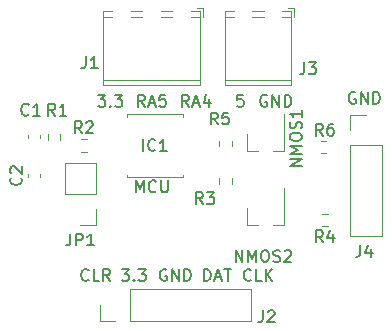
<source format=gbr>
%TF.GenerationSoftware,KiCad,Pcbnew,(6.0.8)*%
%TF.CreationDate,2023-04-06T01:35:20-05:00*%
%TF.ProjectId,Sensor_fixed_mosfet_pins,53656e73-6f72-45f6-9669-7865645f6d6f,rev?*%
%TF.SameCoordinates,Original*%
%TF.FileFunction,Legend,Top*%
%TF.FilePolarity,Positive*%
%FSLAX46Y46*%
G04 Gerber Fmt 4.6, Leading zero omitted, Abs format (unit mm)*
G04 Created by KiCad (PCBNEW (6.0.8)) date 2023-04-06 01:35:20*
%MOMM*%
%LPD*%
G01*
G04 APERTURE LIST*
%ADD10C,0.150000*%
%ADD11C,0.120000*%
G04 APERTURE END LIST*
D10*
X-4511904Y92500000D02*
X-4607142Y92547619D01*
X-4750000Y92547619D01*
X-4892857Y92500000D01*
X-4988095Y92404761D01*
X-5035714Y92309523D01*
X-5083333Y92119047D01*
X-5083333Y91976190D01*
X-5035714Y91785714D01*
X-4988095Y91690476D01*
X-4892857Y91595238D01*
X-4750000Y91547619D01*
X-4654761Y91547619D01*
X-4511904Y91595238D01*
X-4464285Y91642857D01*
X-4464285Y91976190D01*
X-4654761Y91976190D01*
X-4035714Y91547619D02*
X-4035714Y92547619D01*
X-3464285Y91547619D01*
X-3464285Y92547619D01*
X-2988095Y91547619D02*
X-2988095Y92547619D01*
X-2750000Y92547619D01*
X-2607142Y92500000D01*
X-2511904Y92404761D01*
X-2464285Y92309523D01*
X-2416666Y92119047D01*
X-2416666Y91976190D01*
X-2464285Y91785714D01*
X-2511904Y91690476D01*
X-2607142Y91595238D01*
X-2750000Y91547619D01*
X-2988095Y91547619D01*
X-18595238Y91297619D02*
X-18928571Y91773809D01*
X-19166666Y91297619D02*
X-19166666Y92297619D01*
X-18785714Y92297619D01*
X-18690476Y92250000D01*
X-18642857Y92202380D01*
X-18595238Y92107142D01*
X-18595238Y91964285D01*
X-18642857Y91869047D01*
X-18690476Y91821428D01*
X-18785714Y91773809D01*
X-19166666Y91773809D01*
X-18214285Y91583333D02*
X-17738095Y91583333D01*
X-18309523Y91297619D02*
X-17976190Y92297619D01*
X-17642857Y91297619D01*
X-16880952Y91964285D02*
X-16880952Y91297619D01*
X-17119047Y92345238D02*
X-17357142Y91630952D01*
X-16738095Y91630952D01*
X-13345238Y76642857D02*
X-13392857Y76595238D01*
X-13535714Y76547619D01*
X-13630952Y76547619D01*
X-13773809Y76595238D01*
X-13869047Y76690476D01*
X-13916666Y76785714D01*
X-13964285Y76976190D01*
X-13964285Y77119047D01*
X-13916666Y77309523D01*
X-13869047Y77404761D01*
X-13773809Y77500000D01*
X-13630952Y77547619D01*
X-13535714Y77547619D01*
X-13392857Y77500000D01*
X-13345238Y77452380D01*
X-12440476Y76547619D02*
X-12916666Y76547619D01*
X-12916666Y77547619D01*
X-12107142Y76547619D02*
X-12107142Y77547619D01*
X-11535714Y76547619D02*
X-11964285Y77119047D01*
X-11535714Y77547619D02*
X-12107142Y76976190D01*
X-12011904Y92250000D02*
X-12107142Y92297619D01*
X-12250000Y92297619D01*
X-12392857Y92250000D01*
X-12488095Y92154761D01*
X-12535714Y92059523D01*
X-12583333Y91869047D01*
X-12583333Y91726190D01*
X-12535714Y91535714D01*
X-12488095Y91440476D01*
X-12392857Y91345238D01*
X-12250000Y91297619D01*
X-12154761Y91297619D01*
X-12011904Y91345238D01*
X-11964285Y91392857D01*
X-11964285Y91726190D01*
X-12154761Y91726190D01*
X-11535714Y91297619D02*
X-11535714Y92297619D01*
X-10964285Y91297619D01*
X-10964285Y92297619D01*
X-10488095Y91297619D02*
X-10488095Y92297619D01*
X-10250000Y92297619D01*
X-10107142Y92250000D01*
X-10011904Y92154761D01*
X-9964285Y92059523D01*
X-9916666Y91869047D01*
X-9916666Y91726190D01*
X-9964285Y91535714D01*
X-10011904Y91440476D01*
X-10107142Y91345238D01*
X-10250000Y91297619D01*
X-10488095Y91297619D01*
X-27095238Y76642857D02*
X-27142857Y76595238D01*
X-27285714Y76547619D01*
X-27380952Y76547619D01*
X-27523809Y76595238D01*
X-27619047Y76690476D01*
X-27666666Y76785714D01*
X-27714285Y76976190D01*
X-27714285Y77119047D01*
X-27666666Y77309523D01*
X-27619047Y77404761D01*
X-27523809Y77500000D01*
X-27380952Y77547619D01*
X-27285714Y77547619D01*
X-27142857Y77500000D01*
X-27095238Y77452380D01*
X-26190476Y76547619D02*
X-26666666Y76547619D01*
X-26666666Y77547619D01*
X-25285714Y76547619D02*
X-25619047Y77023809D01*
X-25857142Y76547619D02*
X-25857142Y77547619D01*
X-25476190Y77547619D01*
X-25380952Y77500000D01*
X-25333333Y77452380D01*
X-25285714Y77357142D01*
X-25285714Y77214285D01*
X-25333333Y77119047D01*
X-25380952Y77071428D01*
X-25476190Y77023809D01*
X-25857142Y77023809D01*
X-17321428Y76547619D02*
X-17321428Y77547619D01*
X-17083333Y77547619D01*
X-16940476Y77500000D01*
X-16845238Y77404761D01*
X-16797619Y77309523D01*
X-16750000Y77119047D01*
X-16750000Y76976190D01*
X-16797619Y76785714D01*
X-16845238Y76690476D01*
X-16940476Y76595238D01*
X-17083333Y76547619D01*
X-17321428Y76547619D01*
X-16369047Y76833333D02*
X-15892857Y76833333D01*
X-16464285Y76547619D02*
X-16130952Y77547619D01*
X-15797619Y76547619D01*
X-15607142Y77547619D02*
X-15035714Y77547619D01*
X-15321428Y76547619D02*
X-15321428Y77547619D01*
X-24297619Y77547619D02*
X-23678571Y77547619D01*
X-24011904Y77166666D01*
X-23869047Y77166666D01*
X-23773809Y77119047D01*
X-23726190Y77071428D01*
X-23678571Y76976190D01*
X-23678571Y76738095D01*
X-23726190Y76642857D01*
X-23773809Y76595238D01*
X-23869047Y76547619D01*
X-24154761Y76547619D01*
X-24250000Y76595238D01*
X-24297619Y76642857D01*
X-23250000Y76642857D02*
X-23202380Y76595238D01*
X-23250000Y76547619D01*
X-23297619Y76595238D01*
X-23250000Y76642857D01*
X-23250000Y76547619D01*
X-22869047Y77547619D02*
X-22250000Y77547619D01*
X-22583333Y77166666D01*
X-22440476Y77166666D01*
X-22345238Y77119047D01*
X-22297619Y77071428D01*
X-22250000Y76976190D01*
X-22250000Y76738095D01*
X-22297619Y76642857D01*
X-22345238Y76595238D01*
X-22440476Y76547619D01*
X-22726190Y76547619D01*
X-22821428Y76595238D01*
X-22869047Y76642857D01*
X-22345238Y91297619D02*
X-22678571Y91773809D01*
X-22916666Y91297619D02*
X-22916666Y92297619D01*
X-22535714Y92297619D01*
X-22440476Y92250000D01*
X-22392857Y92202380D01*
X-22345238Y92107142D01*
X-22345238Y91964285D01*
X-22392857Y91869047D01*
X-22440476Y91821428D01*
X-22535714Y91773809D01*
X-22916666Y91773809D01*
X-21964285Y91583333D02*
X-21488095Y91583333D01*
X-22059523Y91297619D02*
X-21726190Y92297619D01*
X-21392857Y91297619D01*
X-20583333Y92297619D02*
X-21059523Y92297619D01*
X-21107142Y91821428D01*
X-21059523Y91869047D01*
X-20964285Y91916666D01*
X-20726190Y91916666D01*
X-20630952Y91869047D01*
X-20583333Y91821428D01*
X-20535714Y91726190D01*
X-20535714Y91488095D01*
X-20583333Y91392857D01*
X-20630952Y91345238D01*
X-20726190Y91297619D01*
X-20964285Y91297619D01*
X-21059523Y91345238D01*
X-21107142Y91392857D01*
X-14011904Y92297619D02*
X-14488095Y92297619D01*
X-14535714Y91821428D01*
X-14488095Y91869047D01*
X-14392857Y91916666D01*
X-14154761Y91916666D01*
X-14059523Y91869047D01*
X-14011904Y91821428D01*
X-13964285Y91726190D01*
X-13964285Y91488095D01*
X-14011904Y91392857D01*
X-14059523Y91345238D01*
X-14154761Y91297619D01*
X-14392857Y91297619D01*
X-14488095Y91345238D01*
X-14535714Y91392857D01*
X-20511904Y77500000D02*
X-20607142Y77547619D01*
X-20750000Y77547619D01*
X-20892857Y77500000D01*
X-20988095Y77404761D01*
X-21035714Y77309523D01*
X-21083333Y77119047D01*
X-21083333Y76976190D01*
X-21035714Y76785714D01*
X-20988095Y76690476D01*
X-20892857Y76595238D01*
X-20750000Y76547619D01*
X-20654761Y76547619D01*
X-20511904Y76595238D01*
X-20464285Y76642857D01*
X-20464285Y76976190D01*
X-20654761Y76976190D01*
X-20035714Y76547619D02*
X-20035714Y77547619D01*
X-19464285Y76547619D01*
X-19464285Y77547619D01*
X-18988095Y76547619D02*
X-18988095Y77547619D01*
X-18750000Y77547619D01*
X-18607142Y77500000D01*
X-18511904Y77404761D01*
X-18464285Y77309523D01*
X-18416666Y77119047D01*
X-18416666Y76976190D01*
X-18464285Y76785714D01*
X-18511904Y76690476D01*
X-18607142Y76595238D01*
X-18750000Y76547619D01*
X-18988095Y76547619D01*
X-26297619Y92297619D02*
X-25678571Y92297619D01*
X-26011904Y91916666D01*
X-25869047Y91916666D01*
X-25773809Y91869047D01*
X-25726190Y91821428D01*
X-25678571Y91726190D01*
X-25678571Y91488095D01*
X-25726190Y91392857D01*
X-25773809Y91345238D01*
X-25869047Y91297619D01*
X-26154761Y91297619D01*
X-26250000Y91345238D01*
X-26297619Y91392857D01*
X-25250000Y91392857D02*
X-25202380Y91345238D01*
X-25250000Y91297619D01*
X-25297619Y91345238D01*
X-25250000Y91392857D01*
X-25250000Y91297619D01*
X-24869047Y92297619D02*
X-24250000Y92297619D01*
X-24583333Y91916666D01*
X-24440476Y91916666D01*
X-24345238Y91869047D01*
X-24297619Y91821428D01*
X-24250000Y91726190D01*
X-24250000Y91488095D01*
X-24297619Y91392857D01*
X-24345238Y91345238D01*
X-24440476Y91297619D01*
X-24726190Y91297619D01*
X-24821428Y91345238D01*
X-24869047Y91392857D01*
%TO.C,C1*%
X-32166666Y90642857D02*
X-32214285Y90595238D01*
X-32357142Y90547619D01*
X-32452380Y90547619D01*
X-32595238Y90595238D01*
X-32690476Y90690476D01*
X-32738095Y90785714D01*
X-32785714Y90976190D01*
X-32785714Y91119047D01*
X-32738095Y91309523D01*
X-32690476Y91404761D01*
X-32595238Y91500000D01*
X-32452380Y91547619D01*
X-32357142Y91547619D01*
X-32214285Y91500000D01*
X-32166666Y91452380D01*
X-31214285Y90547619D02*
X-31785714Y90547619D01*
X-31500000Y90547619D02*
X-31500000Y91547619D01*
X-31595238Y91404761D01*
X-31690476Y91309523D01*
X-31785714Y91261904D01*
%TO.C,R3*%
X-17416666Y83047619D02*
X-17750000Y83523809D01*
X-17988095Y83047619D02*
X-17988095Y84047619D01*
X-17607142Y84047619D01*
X-17511904Y84000000D01*
X-17464285Y83952380D01*
X-17416666Y83857142D01*
X-17416666Y83714285D01*
X-17464285Y83619047D01*
X-17511904Y83571428D01*
X-17607142Y83523809D01*
X-17988095Y83523809D01*
X-17083333Y84047619D02*
X-16464285Y84047619D01*
X-16797619Y83666666D01*
X-16654761Y83666666D01*
X-16559523Y83619047D01*
X-16511904Y83571428D01*
X-16464285Y83476190D01*
X-16464285Y83238095D01*
X-16511904Y83142857D01*
X-16559523Y83095238D01*
X-16654761Y83047619D01*
X-16940476Y83047619D01*
X-17035714Y83095238D01*
X-17083333Y83142857D01*
%TO.C,R6*%
X-7266666Y88847619D02*
X-7600000Y89323809D01*
X-7838095Y88847619D02*
X-7838095Y89847619D01*
X-7457142Y89847619D01*
X-7361904Y89800000D01*
X-7314285Y89752380D01*
X-7266666Y89657142D01*
X-7266666Y89514285D01*
X-7314285Y89419047D01*
X-7361904Y89371428D01*
X-7457142Y89323809D01*
X-7838095Y89323809D01*
X-6409523Y89847619D02*
X-6600000Y89847619D01*
X-6695238Y89800000D01*
X-6742857Y89752380D01*
X-6838095Y89609523D01*
X-6885714Y89419047D01*
X-6885714Y89038095D01*
X-6838095Y88942857D01*
X-6790476Y88895238D01*
X-6695238Y88847619D01*
X-6504761Y88847619D01*
X-6409523Y88895238D01*
X-6361904Y88942857D01*
X-6314285Y89038095D01*
X-6314285Y89276190D01*
X-6361904Y89371428D01*
X-6409523Y89419047D01*
X-6504761Y89466666D01*
X-6695238Y89466666D01*
X-6790476Y89419047D01*
X-6838095Y89371428D01*
X-6885714Y89276190D01*
%TO.C,J2*%
X-12333333Y74047619D02*
X-12333333Y73333333D01*
X-12380952Y73190476D01*
X-12476190Y73095238D01*
X-12619047Y73047619D01*
X-12714285Y73047619D01*
X-11904761Y73952380D02*
X-11857142Y74000000D01*
X-11761904Y74047619D01*
X-11523809Y74047619D01*
X-11428571Y74000000D01*
X-11380952Y73952380D01*
X-11333333Y73857142D01*
X-11333333Y73761904D01*
X-11380952Y73619047D01*
X-11952380Y73047619D01*
X-11333333Y73047619D01*
%TO.C,R2*%
X-27666666Y89047619D02*
X-28000000Y89523809D01*
X-28238095Y89047619D02*
X-28238095Y90047619D01*
X-27857142Y90047619D01*
X-27761904Y90000000D01*
X-27714285Y89952380D01*
X-27666666Y89857142D01*
X-27666666Y89714285D01*
X-27714285Y89619047D01*
X-27761904Y89571428D01*
X-27857142Y89523809D01*
X-28238095Y89523809D01*
X-27285714Y89952380D02*
X-27238095Y90000000D01*
X-27142857Y90047619D01*
X-26904761Y90047619D01*
X-26809523Y90000000D01*
X-26761904Y89952380D01*
X-26714285Y89857142D01*
X-26714285Y89761904D01*
X-26761904Y89619047D01*
X-27333333Y89047619D01*
X-26714285Y89047619D01*
%TO.C,NMOS2*%
X-14633333Y78147619D02*
X-14633333Y79147619D01*
X-14061904Y78147619D01*
X-14061904Y79147619D01*
X-13585714Y78147619D02*
X-13585714Y79147619D01*
X-13252380Y78433333D01*
X-12919047Y79147619D01*
X-12919047Y78147619D01*
X-12252380Y79147619D02*
X-12061904Y79147619D01*
X-11966666Y79100000D01*
X-11871428Y79004761D01*
X-11823809Y78814285D01*
X-11823809Y78480952D01*
X-11871428Y78290476D01*
X-11966666Y78195238D01*
X-12061904Y78147619D01*
X-12252380Y78147619D01*
X-12347619Y78195238D01*
X-12442857Y78290476D01*
X-12490476Y78480952D01*
X-12490476Y78814285D01*
X-12442857Y79004761D01*
X-12347619Y79100000D01*
X-12252380Y79147619D01*
X-11442857Y78195238D02*
X-11300000Y78147619D01*
X-11061904Y78147619D01*
X-10966666Y78195238D01*
X-10919047Y78242857D01*
X-10871428Y78338095D01*
X-10871428Y78433333D01*
X-10919047Y78528571D01*
X-10966666Y78576190D01*
X-11061904Y78623809D01*
X-11252380Y78671428D01*
X-11347619Y78719047D01*
X-11395238Y78766666D01*
X-11442857Y78861904D01*
X-11442857Y78957142D01*
X-11395238Y79052380D01*
X-11347619Y79100000D01*
X-11252380Y79147619D01*
X-11014285Y79147619D01*
X-10871428Y79100000D01*
X-10490476Y79052380D02*
X-10442857Y79100000D01*
X-10347619Y79147619D01*
X-10109523Y79147619D01*
X-10014285Y79100000D01*
X-9966666Y79052380D01*
X-9919047Y78957142D01*
X-9919047Y78861904D01*
X-9966666Y78719047D01*
X-10538095Y78147619D01*
X-9919047Y78147619D01*
%TO.C,J1*%
X-27333333Y95547619D02*
X-27333333Y94833333D01*
X-27380952Y94690476D01*
X-27476190Y94595238D01*
X-27619047Y94547619D01*
X-27714285Y94547619D01*
X-26333333Y94547619D02*
X-26904761Y94547619D01*
X-26619047Y94547619D02*
X-26619047Y95547619D01*
X-26714285Y95404761D01*
X-26809523Y95309523D01*
X-26904761Y95261904D01*
%TO.C,J4*%
X-4083333Y79577619D02*
X-4083333Y78863333D01*
X-4130952Y78720476D01*
X-4226190Y78625238D01*
X-4369047Y78577619D01*
X-4464285Y78577619D01*
X-3178571Y79244285D02*
X-3178571Y78577619D01*
X-3416666Y79625238D02*
X-3654761Y78910952D01*
X-3035714Y78910952D01*
%TO.C,J3*%
X-8833333Y95047619D02*
X-8833333Y94333333D01*
X-8880952Y94190476D01*
X-8976190Y94095238D01*
X-9119047Y94047619D01*
X-9214285Y94047619D01*
X-8452380Y95047619D02*
X-7833333Y95047619D01*
X-8166666Y94666666D01*
X-8023809Y94666666D01*
X-7928571Y94619047D01*
X-7880952Y94571428D01*
X-7833333Y94476190D01*
X-7833333Y94238095D01*
X-7880952Y94142857D01*
X-7928571Y94095238D01*
X-8023809Y94047619D01*
X-8309523Y94047619D01*
X-8404761Y94095238D01*
X-8452380Y94142857D01*
%TO.C,IC1*%
X-22476190Y87547619D02*
X-22476190Y88547619D01*
X-21428571Y87642857D02*
X-21476190Y87595238D01*
X-21619047Y87547619D01*
X-21714285Y87547619D01*
X-21857142Y87595238D01*
X-21952380Y87690476D01*
X-22000000Y87785714D01*
X-22047619Y87976190D01*
X-22047619Y88119047D01*
X-22000000Y88309523D01*
X-21952380Y88404761D01*
X-21857142Y88500000D01*
X-21714285Y88547619D01*
X-21619047Y88547619D01*
X-21476190Y88500000D01*
X-21428571Y88452380D01*
X-20476190Y87547619D02*
X-21047619Y87547619D01*
X-20761904Y87547619D02*
X-20761904Y88547619D01*
X-20857142Y88404761D01*
X-20952380Y88309523D01*
X-21047619Y88261904D01*
X-23107142Y84047619D02*
X-23107142Y85047619D01*
X-22773809Y84333333D01*
X-22440476Y85047619D01*
X-22440476Y84047619D01*
X-21392857Y84142857D02*
X-21440476Y84095238D01*
X-21583333Y84047619D01*
X-21678571Y84047619D01*
X-21821428Y84095238D01*
X-21916666Y84190476D01*
X-21964285Y84285714D01*
X-22011904Y84476190D01*
X-22011904Y84619047D01*
X-21964285Y84809523D01*
X-21916666Y84904761D01*
X-21821428Y85000000D01*
X-21678571Y85047619D01*
X-21583333Y85047619D01*
X-21440476Y85000000D01*
X-21392857Y84952380D01*
X-20964285Y85047619D02*
X-20964285Y84238095D01*
X-20916666Y84142857D01*
X-20869047Y84095238D01*
X-20773809Y84047619D01*
X-20583333Y84047619D01*
X-20488095Y84095238D01*
X-20440476Y84142857D01*
X-20392857Y84238095D01*
X-20392857Y85047619D01*
%TO.C,JP1*%
X-28633333Y80547619D02*
X-28633333Y79833333D01*
X-28680952Y79690476D01*
X-28776190Y79595238D01*
X-28919047Y79547619D01*
X-29014285Y79547619D01*
X-28157142Y79547619D02*
X-28157142Y80547619D01*
X-27776190Y80547619D01*
X-27680952Y80500000D01*
X-27633333Y80452380D01*
X-27585714Y80357142D01*
X-27585714Y80214285D01*
X-27633333Y80119047D01*
X-27680952Y80071428D01*
X-27776190Y80023809D01*
X-28157142Y80023809D01*
X-26633333Y79547619D02*
X-27204761Y79547619D01*
X-26919047Y79547619D02*
X-26919047Y80547619D01*
X-27014285Y80404761D01*
X-27109523Y80309523D01*
X-27204761Y80261904D01*
%TO.C,R4*%
X-7266666Y79817619D02*
X-7600000Y80293809D01*
X-7838095Y79817619D02*
X-7838095Y80817619D01*
X-7457142Y80817619D01*
X-7361904Y80770000D01*
X-7314285Y80722380D01*
X-7266666Y80627142D01*
X-7266666Y80484285D01*
X-7314285Y80389047D01*
X-7361904Y80341428D01*
X-7457142Y80293809D01*
X-7838095Y80293809D01*
X-6409523Y80484285D02*
X-6409523Y79817619D01*
X-6647619Y80865238D02*
X-6885714Y80150952D01*
X-6266666Y80150952D01*
%TO.C,C2*%
X-32822857Y85283333D02*
X-32775238Y85235714D01*
X-32727619Y85092857D01*
X-32727619Y84997619D01*
X-32775238Y84854761D01*
X-32870476Y84759523D01*
X-32965714Y84711904D01*
X-33156190Y84664285D01*
X-33299047Y84664285D01*
X-33489523Y84711904D01*
X-33584761Y84759523D01*
X-33680000Y84854761D01*
X-33727619Y84997619D01*
X-33727619Y85092857D01*
X-33680000Y85235714D01*
X-33632380Y85283333D01*
X-33632380Y85664285D02*
X-33680000Y85711904D01*
X-33727619Y85807142D01*
X-33727619Y86045238D01*
X-33680000Y86140476D01*
X-33632380Y86188095D01*
X-33537142Y86235714D01*
X-33441904Y86235714D01*
X-33299047Y86188095D01*
X-32727619Y85616666D01*
X-32727619Y86235714D01*
%TO.C,NMOS1*%
X-9047619Y86266666D02*
X-10047619Y86266666D01*
X-9047619Y86838095D01*
X-10047619Y86838095D01*
X-9047619Y87314285D02*
X-10047619Y87314285D01*
X-9333333Y87647619D01*
X-10047619Y87980952D01*
X-9047619Y87980952D01*
X-10047619Y88647619D02*
X-10047619Y88838095D01*
X-10000000Y88933333D01*
X-9904761Y89028571D01*
X-9714285Y89076190D01*
X-9380952Y89076190D01*
X-9190476Y89028571D01*
X-9095238Y88933333D01*
X-9047619Y88838095D01*
X-9047619Y88647619D01*
X-9095238Y88552380D01*
X-9190476Y88457142D01*
X-9380952Y88409523D01*
X-9714285Y88409523D01*
X-9904761Y88457142D01*
X-10000000Y88552380D01*
X-10047619Y88647619D01*
X-9095238Y89457142D02*
X-9047619Y89600000D01*
X-9047619Y89838095D01*
X-9095238Y89933333D01*
X-9142857Y89980952D01*
X-9238095Y90028571D01*
X-9333333Y90028571D01*
X-9428571Y89980952D01*
X-9476190Y89933333D01*
X-9523809Y89838095D01*
X-9571428Y89647619D01*
X-9619047Y89552380D01*
X-9666666Y89504761D01*
X-9761904Y89457142D01*
X-9857142Y89457142D01*
X-9952380Y89504761D01*
X-10000000Y89552380D01*
X-10047619Y89647619D01*
X-10047619Y89885714D01*
X-10000000Y90028571D01*
X-9047619Y90980952D02*
X-9047619Y90409523D01*
X-9047619Y90695238D02*
X-10047619Y90695238D01*
X-9904761Y90600000D01*
X-9809523Y90504761D01*
X-9761904Y90409523D01*
%TO.C,R5*%
X-16166666Y89797619D02*
X-16500000Y90273809D01*
X-16738095Y89797619D02*
X-16738095Y90797619D01*
X-16357142Y90797619D01*
X-16261904Y90750000D01*
X-16214285Y90702380D01*
X-16166666Y90607142D01*
X-16166666Y90464285D01*
X-16214285Y90369047D01*
X-16261904Y90321428D01*
X-16357142Y90273809D01*
X-16738095Y90273809D01*
X-15261904Y90797619D02*
X-15738095Y90797619D01*
X-15785714Y90321428D01*
X-15738095Y90369047D01*
X-15642857Y90416666D01*
X-15404761Y90416666D01*
X-15309523Y90369047D01*
X-15261904Y90321428D01*
X-15214285Y90226190D01*
X-15214285Y89988095D01*
X-15261904Y89892857D01*
X-15309523Y89845238D01*
X-15404761Y89797619D01*
X-15642857Y89797619D01*
X-15738095Y89845238D01*
X-15785714Y89892857D01*
%TO.C,R1*%
X-29916666Y90547619D02*
X-30250000Y91023809D01*
X-30488095Y90547619D02*
X-30488095Y91547619D01*
X-30107142Y91547619D01*
X-30011904Y91500000D01*
X-29964285Y91452380D01*
X-29916666Y91357142D01*
X-29916666Y91214285D01*
X-29964285Y91119047D01*
X-30011904Y91071428D01*
X-30107142Y91023809D01*
X-30488095Y91023809D01*
X-28964285Y90547619D02*
X-29535714Y90547619D01*
X-29250000Y90547619D02*
X-29250000Y91547619D01*
X-29345238Y91404761D01*
X-29440476Y91309523D01*
X-29535714Y91261904D01*
D11*
%TO.C,C1*%
X-32260000Y88890580D02*
X-32260000Y88609420D01*
X-31240000Y88890580D02*
X-31240000Y88609420D01*
%TO.C,R3*%
X-14977500Y85237258D02*
X-14977500Y84762742D01*
X-16022500Y85237258D02*
X-16022500Y84762742D01*
%TO.C,R6*%
X-6962742Y88422500D02*
X-7437258Y88422500D01*
X-6962742Y87377500D02*
X-7437258Y87377500D01*
%TO.C,J2*%
X-23555000Y75830000D02*
X-13335000Y75830000D01*
X-13335000Y73170000D02*
X-13335000Y75830000D01*
X-24825000Y73170000D02*
X-26155000Y73170000D01*
X-23555000Y73170000D02*
X-23555000Y75830000D01*
X-26155000Y73170000D02*
X-26155000Y74500000D01*
X-23555000Y73170000D02*
X-13335000Y73170000D01*
%TO.C,R2*%
X-27262742Y88522500D02*
X-27737258Y88522500D01*
X-27262742Y87477500D02*
X-27737258Y87477500D01*
%TO.C,NMOS2*%
X-13680000Y81240000D02*
X-12750000Y81240000D01*
X-10520000Y81240000D02*
X-11450000Y81240000D01*
X-10520000Y81240000D02*
X-10520000Y84400000D01*
X-13680000Y81240000D02*
X-13680000Y82700000D01*
%TO.C,J1*%
X-20000000Y99410000D02*
X-20960000Y99410000D01*
X-25850000Y93090000D02*
X-25850000Y99410000D01*
X-20000000Y98850000D02*
X-20960000Y98850000D01*
X-17650000Y93090000D02*
X-17650000Y99410000D01*
X-25080000Y99410000D02*
X-25850000Y99410000D01*
X-17410000Y98910000D02*
X-17410000Y99650000D01*
X-25080000Y98850000D02*
X-25850000Y98850000D01*
X-17650000Y98850000D02*
X-18420000Y98850000D01*
X-17650000Y93550000D02*
X-25850000Y93550000D01*
X-22540000Y98850000D02*
X-23500000Y98850000D01*
X-22540000Y99410000D02*
X-23500000Y99410000D01*
X-17650000Y99410000D02*
X-18420000Y99410000D01*
X-17410000Y99650000D02*
X-17910000Y99650000D01*
X-17650000Y93090000D02*
X-25850000Y93090000D01*
%TO.C,J4*%
X-4930000Y89280000D02*
X-4930000Y90610000D01*
X-2270000Y88010000D02*
X-2270000Y80330000D01*
X-4930000Y88010000D02*
X-4930000Y80330000D01*
X-4930000Y80330000D02*
X-2270000Y80330000D01*
X-4930000Y90610000D02*
X-3600000Y90610000D01*
X-4930000Y88010000D02*
X-2270000Y88010000D01*
%TO.C,J3*%
X-9920000Y93090000D02*
X-15580000Y93090000D01*
X-14810000Y98850000D02*
X-15580000Y98850000D01*
X-14810000Y99410000D02*
X-15580000Y99410000D01*
X-12270000Y99410000D02*
X-13230000Y99410000D01*
X-12270000Y98850000D02*
X-13230000Y98850000D01*
X-9920000Y99410000D02*
X-10690000Y99410000D01*
X-9920000Y93550000D02*
X-15580000Y93550000D01*
X-15580000Y93090000D02*
X-15580000Y99410000D01*
X-9680000Y98910000D02*
X-9680000Y99650000D01*
X-9680000Y99650000D02*
X-10180000Y99650000D01*
X-9920000Y93090000D02*
X-9920000Y99410000D01*
X-9920000Y98850000D02*
X-10690000Y98850000D01*
%TO.C,IC1*%
X-23874900Y85320300D02*
X-19125100Y85320300D01*
X-19125100Y85320300D02*
X-19125100Y85539459D01*
X-23874900Y90679700D02*
X-23874900Y90460541D01*
X-19125100Y90679700D02*
X-23874900Y90679700D01*
X-19125100Y90460539D02*
X-19125100Y90679700D01*
X-23874900Y85539461D02*
X-23874900Y85320300D01*
%TO.C,JP1*%
X-26470000Y86495000D02*
X-29130000Y86495000D01*
X-29130000Y83895000D02*
X-29130000Y86495000D01*
X-26470000Y83895000D02*
X-29130000Y83895000D01*
X-26470000Y82625000D02*
X-26470000Y81295000D01*
X-26470000Y81295000D02*
X-27800000Y81295000D01*
X-26470000Y83895000D02*
X-26470000Y86495000D01*
%TO.C,R4*%
X-6862742Y81177500D02*
X-7337258Y81177500D01*
X-6862742Y82222500D02*
X-7337258Y82222500D01*
%TO.C,C2*%
X-32260000Y85309420D02*
X-32260000Y85590580D01*
X-31240000Y85309420D02*
X-31240000Y85590580D01*
%TO.C,NMOS1*%
X-10520000Y87540000D02*
X-11450000Y87540000D01*
X-10520000Y87540000D02*
X-10520000Y90700000D01*
X-13680000Y87540000D02*
X-12750000Y87540000D01*
X-13680000Y87540000D02*
X-13680000Y89000000D01*
%TO.C,R5*%
X-14977500Y87937742D02*
X-14977500Y88412258D01*
X-16022500Y87937742D02*
X-16022500Y88412258D01*
%TO.C,R1*%
X-30522500Y88512742D02*
X-30522500Y88987258D01*
X-29477500Y88512742D02*
X-29477500Y88987258D01*
%TD*%
M02*

</source>
